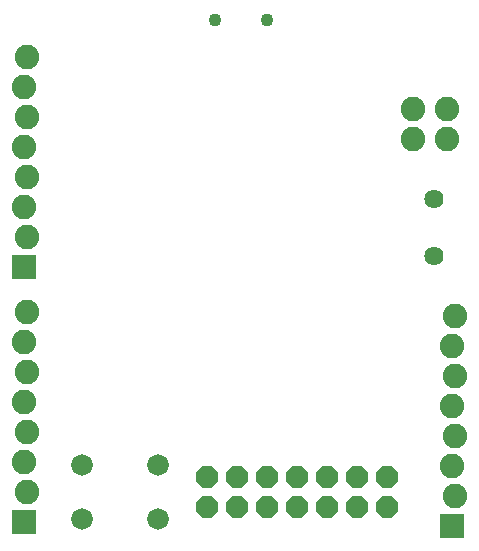
<source format=gbs>
G75*
G70*
%OFA0B0*%
%FSLAX24Y24*%
%IPPOS*%
%LPD*%
%AMOC8*
5,1,8,0,0,1.08239X$1,22.5*
%
%ADD10C,0.0640*%
%ADD11C,0.0434*%
%ADD12R,0.0820X0.0820*%
%ADD13C,0.0820*%
%ADD14OC8,0.0720*%
%ADD15C,0.0720*%
D10*
X014621Y010011D03*
X014621Y011911D03*
D11*
X009027Y017881D03*
X007295Y017881D03*
D12*
X000931Y001141D03*
X000931Y009641D03*
X015211Y001021D03*
D13*
X015311Y002021D03*
X015211Y003021D03*
X015311Y004021D03*
X015211Y005021D03*
X015311Y006021D03*
X015211Y007021D03*
X015311Y008021D03*
X015031Y013901D03*
X015031Y014901D03*
X013891Y014901D03*
X013891Y013901D03*
X001031Y014641D03*
X000931Y013641D03*
X001031Y012641D03*
X000931Y011641D03*
X001031Y010641D03*
X001031Y008141D03*
X000931Y007141D03*
X001031Y006141D03*
X000931Y005141D03*
X001031Y004141D03*
X000931Y003141D03*
X001031Y002141D03*
X000931Y015641D03*
X001031Y016641D03*
D14*
X007041Y002641D03*
X007041Y001641D03*
X008041Y001641D03*
X008041Y002641D03*
X009041Y002641D03*
X009041Y001641D03*
X010041Y001641D03*
X010041Y002641D03*
X011041Y002641D03*
X011041Y001641D03*
X012041Y001641D03*
X012041Y002641D03*
X013041Y002641D03*
X013041Y001641D03*
D15*
X005421Y001251D03*
X005421Y003031D03*
X002861Y003031D03*
X002861Y001251D03*
M02*

</source>
